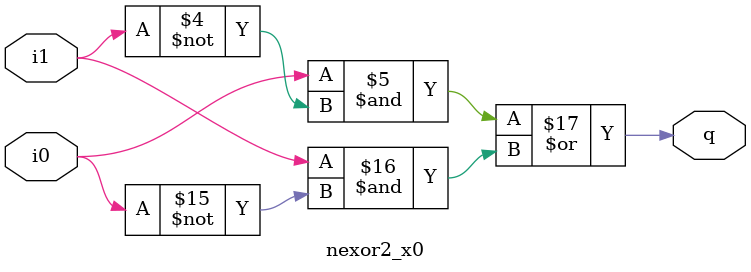
<source format=v>
/*                                                                      */
/*  Avertec Release v3.4p5 (64 bits on Linux 6.15.8-1-default)          */
/*  Generation date Fri Aug 15 11:22:42 2025                            */
/*                                                                      */
/*  Verilog data flow description generated from `nexor2_x0`            */
/*                                                                      */


`timescale 1 ps/1 ps

module nexor2_x0 (i0, i1, q);

  input  i0;
  input  i1;
  output q;

  wire i1_n;
  wire i0_n;

  assign i0_n = ~(i0);
  assign i1_n = ~(i1);

  assign q = ((~(i0_n) & ~(i1)) | (~(i0_n) & ~(i0)) | (~(i1_n) & ~(i1)) |
(~(i1_n) & ~(i0)));

endmodule

</source>
